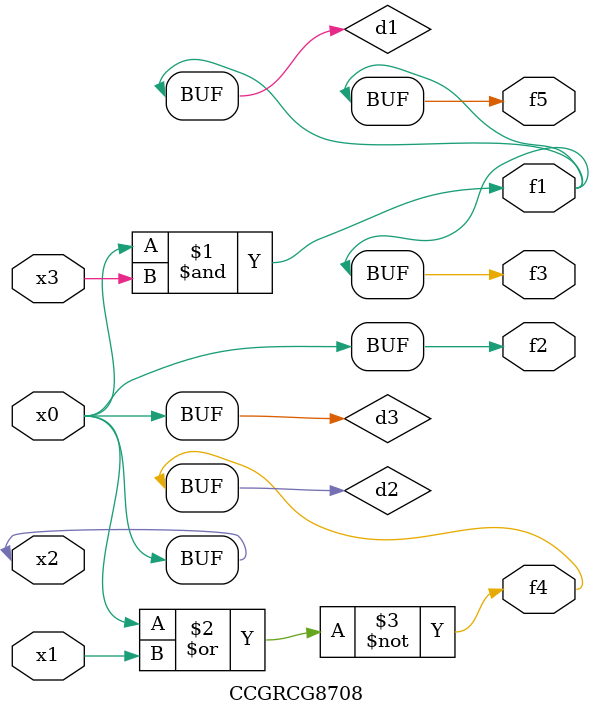
<source format=v>
module CCGRCG8708(
	input x0, x1, x2, x3,
	output f1, f2, f3, f4, f5
);

	wire d1, d2, d3;

	and (d1, x2, x3);
	nor (d2, x0, x1);
	buf (d3, x0, x2);
	assign f1 = d1;
	assign f2 = d3;
	assign f3 = d1;
	assign f4 = d2;
	assign f5 = d1;
endmodule

</source>
